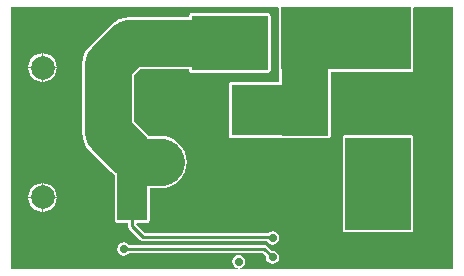
<source format=gbl>
G04*
G04 #@! TF.GenerationSoftware,Altium Limited,Altium Designer,20.0.12 (288)*
G04*
G04 Layer_Physical_Order=2*
G04 Layer_Color=16711680*
%FSLAX44Y44*%
%MOMM*%
G71*
G01*
G75*
%ADD34C,0.2540*%
%ADD37C,4.0000*%
%ADD39C,3.0000*%
%ADD43R,11.9750X3.0750*%
%ADD49C,2.0000*%
%ADD50C,3.2000*%
%ADD51C,0.7000*%
%ADD52R,2.7000X2.3000*%
%ADD53R,2.5000X4.8000*%
%ADD54R,5.6000X7.8250*%
%ADD55R,4.5000X4.3250*%
%ADD56R,3.9750X6.9500*%
%ADD57R,11.0000X5.2250*%
%ADD58R,2.5000X9.7750*%
%ADD59R,6.5000X4.6250*%
G36*
X1104951Y347549D02*
X924763D01*
X924638Y348819D01*
X925896Y349069D01*
X927715Y350285D01*
X928931Y352104D01*
X929358Y354250D01*
X928931Y356396D01*
X927715Y358215D01*
X925896Y359431D01*
X923750Y359858D01*
X921604Y359431D01*
X919785Y358215D01*
X918569Y356396D01*
X918142Y354250D01*
X918569Y352104D01*
X919785Y350285D01*
X921604Y349069D01*
X922862Y348819D01*
X922737Y347549D01*
X731049D01*
Y569951D01*
X957135D01*
X957711Y569250D01*
Y530250D01*
Y517000D01*
Y506039D01*
X917250D01*
X916470Y505884D01*
X915808Y505442D01*
X915366Y504780D01*
X915211Y504000D01*
Y460750D01*
X915366Y459970D01*
X915808Y459308D01*
X916470Y458866D01*
X917250Y458711D01*
X999500D01*
X1000280Y458866D01*
X1000942Y459308D01*
X1001384Y459970D01*
X1001539Y460750D01*
Y514961D01*
X1069750D01*
X1070530Y515116D01*
X1071192Y515558D01*
X1071634Y516220D01*
X1071789Y517000D01*
Y569250D01*
X1072365Y569951D01*
X1104951D01*
Y347549D01*
D02*
G37*
%LPC*%
G36*
X948750Y564539D02*
X883750D01*
X882970Y564384D01*
X882308Y563942D01*
X881866Y563280D01*
X881711Y562500D01*
Y561106D01*
X831000D01*
X831000Y561106D01*
X826687Y560682D01*
X822540Y559424D01*
X818718Y557381D01*
X815368Y554632D01*
X797618Y536882D01*
X794869Y533532D01*
X792826Y529710D01*
X791568Y525563D01*
X791144Y521250D01*
Y463750D01*
X791568Y459437D01*
X792826Y455290D01*
X794869Y451468D01*
X797618Y448118D01*
X815868Y429868D01*
X819211Y427125D01*
Y389000D01*
X819366Y388220D01*
X819808Y387558D01*
X820470Y387116D01*
X821250Y386961D01*
X830166D01*
Y384500D01*
X830420Y383224D01*
X831143Y382142D01*
X840642Y372643D01*
X841724Y371920D01*
X843000Y371666D01*
X947612D01*
X948535Y370285D01*
X950354Y369069D01*
X952500Y368642D01*
X954646Y369069D01*
X956465Y370285D01*
X957681Y372104D01*
X958108Y374250D01*
X957681Y376396D01*
X956465Y378215D01*
X954646Y379431D01*
X952500Y379858D01*
X950354Y379431D01*
X948712Y378334D01*
X844381D01*
X837024Y385691D01*
X837293Y386961D01*
X846250D01*
X847030Y387116D01*
X847692Y387558D01*
X848134Y388220D01*
X848289Y389000D01*
Y416394D01*
X857750D01*
X862063Y416818D01*
X866210Y418076D01*
X870032Y420119D01*
X873382Y422868D01*
X876131Y426218D01*
X878174Y430040D01*
X879432Y434187D01*
X879856Y438500D01*
X879432Y442813D01*
X878174Y446960D01*
X876131Y450782D01*
X873382Y454132D01*
X870032Y456881D01*
X866210Y458924D01*
X862063Y460182D01*
X857750Y460606D01*
X847563D01*
X847132Y461132D01*
X835356Y472907D01*
Y512093D01*
X840157Y516894D01*
X881711D01*
Y516250D01*
X881866Y515470D01*
X882308Y514808D01*
X882970Y514366D01*
X883750Y514211D01*
X948750D01*
X949530Y514366D01*
X950192Y514808D01*
X950634Y515470D01*
X950789Y516250D01*
Y562500D01*
X950634Y563280D01*
X950192Y563942D01*
X949530Y564384D01*
X948750Y564539D01*
D02*
G37*
G36*
X758500Y530505D02*
Y519250D01*
X769755D01*
X769441Y521633D01*
X768232Y524552D01*
X766309Y527058D01*
X763802Y528982D01*
X760883Y530191D01*
X758500Y530505D01*
D02*
G37*
G36*
X757000D02*
X754617Y530191D01*
X751698Y528982D01*
X749192Y527058D01*
X747268Y524552D01*
X746059Y521633D01*
X745745Y519250D01*
X757000D01*
Y530505D01*
D02*
G37*
G36*
Y517750D02*
X745745D01*
X746059Y515367D01*
X747268Y512448D01*
X749192Y509941D01*
X751698Y508018D01*
X754617Y506809D01*
X757000Y506495D01*
Y517750D01*
D02*
G37*
G36*
X769755D02*
X758500D01*
Y506495D01*
X760883Y506809D01*
X763802Y508018D01*
X766309Y509941D01*
X768232Y512448D01*
X769441Y515367D01*
X769755Y517750D01*
D02*
G37*
G36*
X858500Y506513D02*
Y489250D01*
X875763D01*
X875490Y492029D01*
X874460Y495422D01*
X872789Y498549D01*
X870539Y501289D01*
X867799Y503539D01*
X864672Y505210D01*
X861279Y506240D01*
X858500Y506513D01*
D02*
G37*
G36*
X857000D02*
X854221Y506240D01*
X850828Y505210D01*
X847701Y503539D01*
X844960Y501289D01*
X842711Y498549D01*
X841040Y495422D01*
X840011Y492029D01*
X839737Y489250D01*
X857000D01*
Y506513D01*
D02*
G37*
G36*
Y487750D02*
X839737D01*
X840011Y484971D01*
X841040Y481578D01*
X842711Y478451D01*
X844960Y475710D01*
X847701Y473461D01*
X850828Y471790D01*
X854221Y470760D01*
X857000Y470487D01*
Y487750D01*
D02*
G37*
G36*
X875763D02*
X858500D01*
Y470487D01*
X861279Y470760D01*
X864672Y471790D01*
X867799Y473461D01*
X870539Y475710D01*
X872789Y478451D01*
X874460Y481578D01*
X875490Y484971D01*
X875763Y487750D01*
D02*
G37*
G36*
X758500Y420505D02*
Y409250D01*
X769755D01*
X769441Y411633D01*
X768232Y414552D01*
X766309Y417058D01*
X763802Y418982D01*
X760883Y420191D01*
X758500Y420505D01*
D02*
G37*
G36*
X757000D02*
X754617Y420191D01*
X751698Y418982D01*
X749192Y417058D01*
X747268Y414552D01*
X746059Y411633D01*
X745745Y409250D01*
X757000D01*
Y420505D01*
D02*
G37*
G36*
Y407750D02*
X745745D01*
X746059Y405367D01*
X747268Y402448D01*
X749192Y399941D01*
X751698Y398018D01*
X754617Y396809D01*
X757000Y396495D01*
Y407750D01*
D02*
G37*
G36*
X769755D02*
X758500D01*
Y396495D01*
X760883Y396809D01*
X763802Y398018D01*
X766309Y399941D01*
X768232Y402448D01*
X769441Y405367D01*
X769755Y407750D01*
D02*
G37*
G36*
X1069750Y461289D02*
X1013750D01*
X1012970Y461134D01*
X1012308Y460692D01*
X1011866Y460030D01*
X1011711Y459250D01*
Y381000D01*
X1011866Y380220D01*
X1012308Y379558D01*
X1012970Y379116D01*
X1013750Y378961D01*
X1069750D01*
X1070530Y379116D01*
X1071192Y379558D01*
X1071634Y380220D01*
X1071789Y381000D01*
Y459250D01*
X1071634Y460030D01*
X1071192Y460692D01*
X1070530Y461134D01*
X1069750Y461289D01*
D02*
G37*
G36*
X826500Y370358D02*
X824354Y369931D01*
X822535Y368715D01*
X821319Y366896D01*
X820892Y364750D01*
X821319Y362604D01*
X822535Y360785D01*
X824354Y359569D01*
X826500Y359142D01*
X828646Y359569D01*
X830465Y360785D01*
X830887Y361416D01*
X944119D01*
X947040Y358495D01*
X946892Y357750D01*
X947319Y355604D01*
X948535Y353785D01*
X950354Y352569D01*
X952500Y352142D01*
X954646Y352569D01*
X956465Y353785D01*
X957681Y355604D01*
X958108Y357750D01*
X957681Y359896D01*
X956465Y361715D01*
X954646Y362931D01*
X952500Y363358D01*
X951755Y363210D01*
X947858Y367108D01*
X946776Y367830D01*
X945500Y368084D01*
X830887D01*
X830465Y368715D01*
X828646Y369931D01*
X826500Y370358D01*
D02*
G37*
%LPD*%
D34*
X945500Y364750D02*
X952500Y357750D01*
X826500Y364750D02*
X945500D01*
X833500Y393250D02*
X834000Y393750D01*
X833500Y384500D02*
Y393250D01*
Y384500D02*
X843000Y375000D01*
X952750D01*
D37*
X858133Y488883D02*
X883883D01*
X831000Y539000D02*
X883750D01*
X813250Y521250D02*
X831000Y539000D01*
X813250Y463750D02*
X831500Y445500D01*
X838500Y438500D02*
X857750D01*
X813250Y463750D02*
Y521250D01*
D39*
X883883Y488883D02*
X884250Y489250D01*
X857750Y488500D02*
X858133Y488883D01*
D43*
X943625Y397125D02*
D03*
D49*
X757750Y518500D02*
D03*
Y408500D02*
D03*
D50*
X857750Y438500D02*
D03*
Y488500D02*
D03*
D51*
X952500Y357750D02*
D03*
X1085500Y465125D02*
D03*
Y519375D02*
D03*
X1051750Y489000D02*
D03*
X990000Y442750D02*
D03*
X757000Y551250D02*
D03*
X783750Y430250D02*
D03*
X795750Y405500D02*
D03*
X757500Y445250D02*
D03*
X757250Y475500D02*
D03*
X1085500Y438000D02*
D03*
Y546500D02*
D03*
Y492250D02*
D03*
X1016750Y488000D02*
D03*
X952500Y374250D02*
D03*
X826500Y364750D02*
D03*
X923750Y354250D02*
D03*
X842250Y456000D02*
D03*
X821750Y451750D02*
D03*
X834500Y445250D02*
D03*
X821250Y437750D02*
D03*
X808250Y448500D02*
D03*
X826500Y551750D02*
D03*
X831000Y539000D02*
D03*
X813750Y538250D02*
D03*
X844250Y524500D02*
D03*
X874250D02*
D03*
X859250D02*
D03*
X874250Y539500D02*
D03*
X859250D02*
D03*
X844250Y554500D02*
D03*
X874250D02*
D03*
X859250D02*
D03*
X844250Y539500D02*
D03*
X798250Y463750D02*
D03*
X828250D02*
D03*
X813250D02*
D03*
X798250Y523750D02*
D03*
Y493750D02*
D03*
X813250Y523750D02*
D03*
X828250D02*
D03*
X813250Y508750D02*
D03*
X828250D02*
D03*
X798250D02*
D03*
X813250Y493750D02*
D03*
X828250D02*
D03*
X813250Y478750D02*
D03*
X828250D02*
D03*
X798250D02*
D03*
X832250Y429750D02*
D03*
Y414750D02*
D03*
X874000Y399750D02*
D03*
X832250D02*
D03*
X994250Y390000D02*
D03*
X979250Y405000D02*
D03*
X964250D02*
D03*
X949250D02*
D03*
X904250D02*
D03*
X919250D02*
D03*
X934250D02*
D03*
X889250Y390000D02*
D03*
X1019000Y453000D02*
D03*
X1034000D02*
D03*
X1064000D02*
D03*
Y438000D02*
D03*
X1019000Y423000D02*
D03*
X1049000D02*
D03*
X1064000D02*
D03*
X1034000Y408000D02*
D03*
X934250Y390000D02*
D03*
X919250D02*
D03*
X904250D02*
D03*
X949250D02*
D03*
X964250D02*
D03*
X979250D02*
D03*
X994250Y405000D02*
D03*
X889250D02*
D03*
X1034000Y438000D02*
D03*
X1019000D02*
D03*
X1049000Y453000D02*
D03*
Y438000D02*
D03*
Y408000D02*
D03*
X1064000D02*
D03*
X1019000D02*
D03*
X1034000Y423000D02*
D03*
X927250Y524500D02*
D03*
X942250Y554500D02*
D03*
X927250D02*
D03*
X889000Y555750D02*
D03*
Y540750D02*
D03*
X912250Y554500D02*
D03*
X889250Y435000D02*
D03*
Y450000D02*
D03*
X942250Y524500D02*
D03*
X912250Y539500D02*
D03*
Y524500D02*
D03*
X889250Y480000D02*
D03*
Y420000D02*
D03*
Y465000D02*
D03*
X942250Y539500D02*
D03*
X927250D02*
D03*
X973000Y544000D02*
D03*
X988000Y484000D02*
D03*
Y469000D02*
D03*
Y514000D02*
D03*
Y499000D02*
D03*
X1048000Y529000D02*
D03*
X1003000D02*
D03*
X988000D02*
D03*
X1048000Y559000D02*
D03*
X1063000Y544000D02*
D03*
X1033000D02*
D03*
X1018000D02*
D03*
X1048000D02*
D03*
X1063000Y559000D02*
D03*
X1033000D02*
D03*
X973000Y514000D02*
D03*
Y499000D02*
D03*
X1018000Y529000D02*
D03*
X1033000D02*
D03*
X1063000D02*
D03*
X1003000Y544000D02*
D03*
X1018000Y559000D02*
D03*
X988000Y544000D02*
D03*
X973000Y529000D02*
D03*
Y484000D02*
D03*
Y469000D02*
D03*
X1003000Y559000D02*
D03*
X988000D02*
D03*
X922250Y497500D02*
D03*
X937250D02*
D03*
X952250D02*
D03*
Y482500D02*
D03*
X937250D02*
D03*
X922250D02*
D03*
Y467500D02*
D03*
X937250D02*
D03*
X952250D02*
D03*
D52*
X877750Y400500D02*
D03*
D53*
X833750Y413000D02*
D03*
D54*
X1041750Y420125D02*
D03*
D55*
X939750Y482375D02*
D03*
D56*
X979625Y495500D02*
D03*
D57*
X1014750Y543125D02*
D03*
D58*
X896250Y460125D02*
D03*
D59*
X916250Y539375D02*
D03*
M02*

</source>
